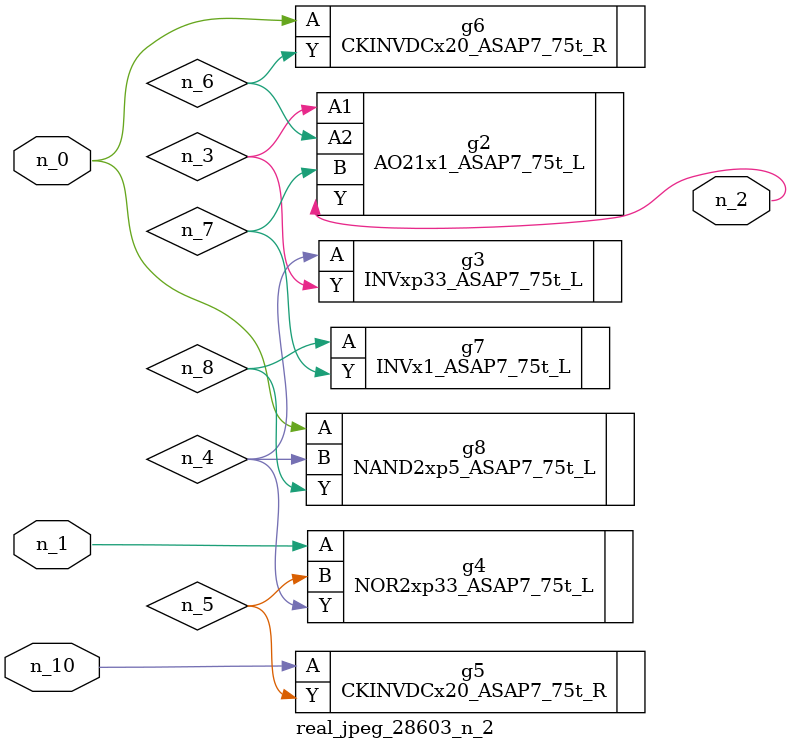
<source format=v>
module real_jpeg_28603_n_2 (n_1, n_10, n_0, n_2);

input n_1;
input n_10;
input n_0;

output n_2;

wire n_5;
wire n_4;
wire n_8;
wire n_6;
wire n_7;
wire n_3;

CKINVDCx20_ASAP7_75t_R g6 ( 
.A(n_0),
.Y(n_6)
);

NAND2xp5_ASAP7_75t_L g8 ( 
.A(n_0),
.B(n_4),
.Y(n_8)
);

NOR2xp33_ASAP7_75t_L g4 ( 
.A(n_1),
.B(n_5),
.Y(n_4)
);

AO21x1_ASAP7_75t_L g2 ( 
.A1(n_3),
.A2(n_6),
.B(n_7),
.Y(n_2)
);

INVxp33_ASAP7_75t_L g3 ( 
.A(n_4),
.Y(n_3)
);

INVx1_ASAP7_75t_L g7 ( 
.A(n_8),
.Y(n_7)
);

CKINVDCx20_ASAP7_75t_R g5 ( 
.A(n_10),
.Y(n_5)
);


endmodule
</source>
